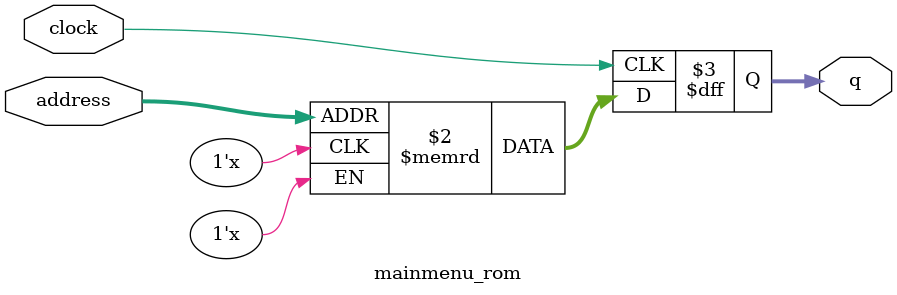
<source format=sv>
module mainmenu_rom (
	input logic clock,
	input logic [15:0] address,
	output logic [3:0] q
);

logic [3:0] memory [0:57343] /* synthesis ram_init_file = "./mainmenu/mainmenu.mif" */;

always_ff @ (posedge clock) begin
	q <= memory[address];
end

endmodule

</source>
